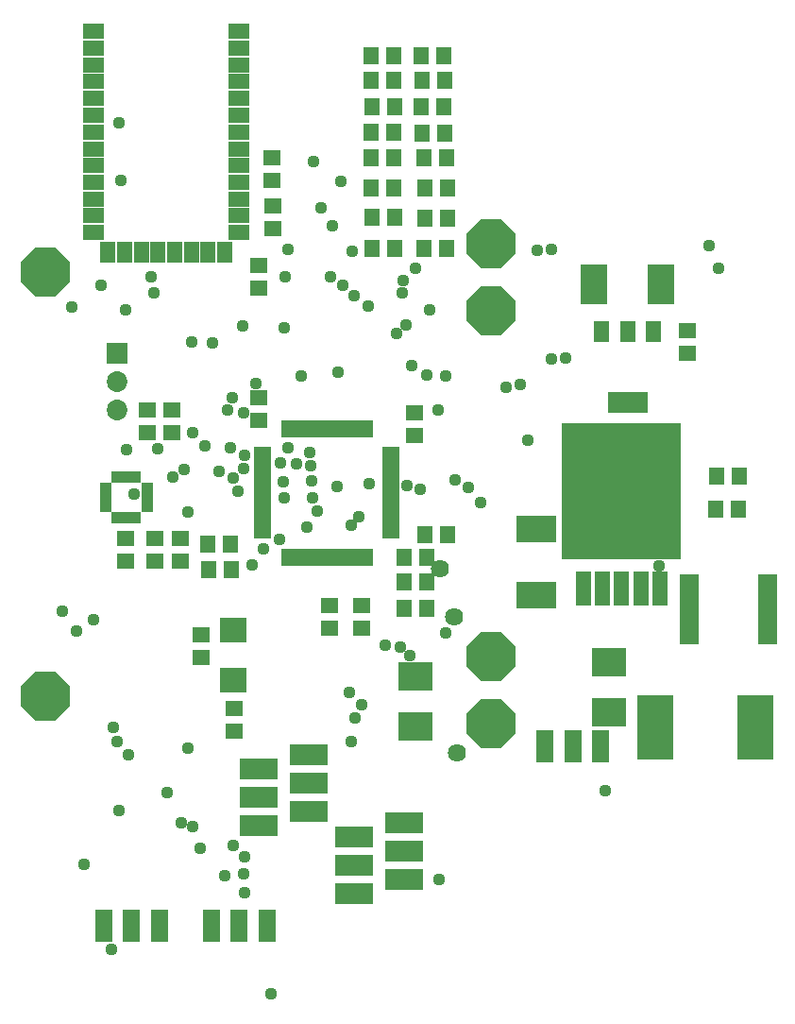
<source format=gts>
%FSLAX23Y23*%
%MOIN*%
G70*
G01*
G75*
G04 Layer_Color=8388736*
%ADD10R,0.050X0.040*%
%ADD11R,0.410X0.470*%
%ADD12R,0.040X0.110*%
%ADD13R,0.114X0.213*%
%ADD14R,0.126X0.079*%
%ADD15R,0.108X0.085*%
%ADD16R,0.040X0.050*%
%ADD17R,0.047X0.098*%
%ADD18R,0.051X0.236*%
%ADD19R,0.079X0.071*%
%ADD20R,0.118X0.059*%
%ADD21R,0.130X0.059*%
%ADD22R,0.039X0.059*%
%ADD23R,0.079X0.126*%
%ADD24R,0.012X0.047*%
%ADD25R,0.047X0.012*%
%ADD26R,0.059X0.039*%
%ADD27R,0.028X0.014*%
%ADD28R,0.014X0.028*%
%ADD29C,0.008*%
%ADD30C,0.010*%
%ADD31C,0.020*%
%ADD32C,0.015*%
%ADD33C,0.055*%
%ADD34C,0.030*%
%ADD35C,0.040*%
%ADD36C,0.025*%
%ADD37C,0.059*%
%ADD38R,0.059X0.059*%
%ADD39P,0.170X8X22.5*%
%ADD40C,0.030*%
%ADD41C,0.050*%
%ADD42R,0.045X0.012*%
%ADD43R,0.071X0.047*%
%ADD44R,0.061X0.024*%
G04:AMPARAMS|DCode=45|XSize=71mil|YSize=47mil|CornerRadius=0mil|HoleSize=0mil|Usage=FLASHONLY|Rotation=135.000|XOffset=0mil|YOffset=0mil|HoleType=Round|Shape=Rectangle|*
%AMROTATEDRECTD45*
4,1,4,0.042,-0.008,0.008,-0.042,-0.042,0.008,-0.008,0.042,0.042,-0.008,0.0*
%
%ADD45ROTATEDRECTD45*%

G04:AMPARAMS|DCode=46|XSize=61mil|YSize=24mil|CornerRadius=0mil|HoleSize=0mil|Usage=FLASHONLY|Rotation=135.000|XOffset=0mil|YOffset=0mil|HoleType=Round|Shape=Rectangle|*
%AMROTATEDRECTD46*
4,1,4,0.030,-0.013,0.013,-0.030,-0.030,0.013,-0.013,0.030,0.030,-0.013,0.0*
%
%ADD46ROTATEDRECTD46*%

G04:AMPARAMS|DCode=47|XSize=71mil|YSize=47mil|CornerRadius=0mil|HoleSize=0mil|Usage=FLASHONLY|Rotation=225.000|XOffset=0mil|YOffset=0mil|HoleType=Round|Shape=Rectangle|*
%AMROTATEDRECTD47*
4,1,4,0.008,0.042,0.042,0.008,-0.008,-0.042,-0.042,-0.008,0.008,0.042,0.0*
%
%ADD47ROTATEDRECTD47*%

G04:AMPARAMS|DCode=48|XSize=61mil|YSize=24mil|CornerRadius=0mil|HoleSize=0mil|Usage=FLASHONLY|Rotation=225.000|XOffset=0mil|YOffset=0mil|HoleType=Round|Shape=Rectangle|*
%AMROTATEDRECTD48*
4,1,4,0.013,0.030,0.030,0.013,-0.013,-0.030,-0.030,-0.013,0.013,0.030,0.0*
%
%ADD48ROTATEDRECTD48*%

G04:AMPARAMS|DCode=49|XSize=39mil|YSize=197mil|CornerRadius=0mil|HoleSize=0mil|Usage=FLASHONLY|Rotation=78.000|XOffset=0mil|YOffset=0mil|HoleType=Round|Shape=Rectangle|*
%AMROTATEDRECTD49*
4,1,4,0.092,-0.040,-0.100,0.001,-0.092,0.040,0.100,-0.001,0.092,-0.040,0.0*
%
%ADD49ROTATEDRECTD49*%

G04:AMPARAMS|DCode=50|XSize=39mil|YSize=197mil|CornerRadius=0mil|HoleSize=0mil|Usage=FLASHONLY|Rotation=102.000|XOffset=0mil|YOffset=0mil|HoleType=Round|Shape=Rectangle|*
%AMROTATEDRECTD50*
4,1,4,0.100,0.001,-0.092,-0.040,-0.100,-0.001,0.092,0.040,0.100,0.001,0.0*
%
%ADD50ROTATEDRECTD50*%

%ADD51R,0.039X0.197*%
G04:AMPARAMS|DCode=52|XSize=39mil|YSize=197mil|CornerRadius=0mil|HoleSize=0mil|Usage=FLASHONLY|Rotation=315.000|XOffset=0mil|YOffset=0mil|HoleType=Round|Shape=Rectangle|*
%AMROTATEDRECTD52*
4,1,4,-0.084,-0.056,0.056,0.084,0.084,0.056,-0.056,-0.084,-0.084,-0.056,0.0*
%
%ADD52ROTATEDRECTD52*%

%ADD53R,0.197X0.039*%
%ADD54R,0.071X0.055*%
%ADD55R,0.055X0.071*%
%ADD56R,0.061X0.024*%
%ADD57R,0.071X0.047*%
G04:AMPARAMS|DCode=58|XSize=39mil|YSize=197mil|CornerRadius=0mil|HoleSize=0mil|Usage=FLASHONLY|Rotation=225.000|XOffset=0mil|YOffset=0mil|HoleType=Round|Shape=Rectangle|*
%AMROTATEDRECTD58*
4,1,4,-0.056,0.084,0.084,-0.056,0.056,-0.084,-0.084,0.056,-0.056,0.084,0.0*
%
%ADD58ROTATEDRECTD58*%

%ADD59R,0.150X0.091*%
%ADD60R,0.380X0.433*%
%ADD61R,0.064X0.054*%
%ADD62R,0.424X0.484*%
%ADD63R,0.054X0.124*%
%ADD64R,0.128X0.227*%
%ADD65R,0.140X0.093*%
%ADD66R,0.122X0.099*%
%ADD67R,0.054X0.064*%
%ADD68R,0.061X0.112*%
%ADD69R,0.065X0.250*%
%ADD70R,0.093X0.085*%
%ADD71R,0.132X0.073*%
%ADD72R,0.144X0.073*%
%ADD73R,0.053X0.073*%
%ADD74R,0.093X0.140*%
%ADD75R,0.026X0.061*%
%ADD76R,0.061X0.026*%
%ADD77R,0.073X0.053*%
%ADD78R,0.042X0.028*%
%ADD79R,0.028X0.042*%
%ADD80C,0.073*%
%ADD81R,0.073X0.073*%
%ADD82P,0.186X8X22.5*%
%ADD83C,0.044*%
%ADD84C,0.064*%
D61*
X4409Y5167D02*
D03*
Y5247D02*
D03*
X4496Y5167D02*
D03*
Y5247D02*
D03*
X6315Y5527D02*
D03*
Y5447D02*
D03*
X4801Y5210D02*
D03*
Y5290D02*
D03*
X5351Y5157D02*
D03*
Y5237D02*
D03*
X4849Y6055D02*
D03*
Y6135D02*
D03*
X4715Y4194D02*
D03*
Y4114D02*
D03*
X4599Y4373D02*
D03*
Y4453D02*
D03*
X5052Y4558D02*
D03*
Y4478D02*
D03*
X5164Y4557D02*
D03*
Y4477D02*
D03*
X4803Y5678D02*
D03*
Y5758D02*
D03*
X4851Y5886D02*
D03*
Y5966D02*
D03*
X4331Y4713D02*
D03*
Y4793D02*
D03*
X4434Y4794D02*
D03*
Y4714D02*
D03*
X4525Y4794D02*
D03*
Y4714D02*
D03*
D62*
X6083Y4959D02*
D03*
D63*
X5949Y4617D02*
D03*
X6016D02*
D03*
X6083D02*
D03*
X6150D02*
D03*
X6217D02*
D03*
D64*
X6200Y4125D02*
D03*
X6555D02*
D03*
D65*
X5782Y4828D02*
D03*
Y4592D02*
D03*
D66*
X6038Y4357D02*
D03*
Y4180D02*
D03*
X5356Y4130D02*
D03*
Y4307D02*
D03*
D67*
X6417Y5013D02*
D03*
X6497D02*
D03*
X5388Y4806D02*
D03*
X5468D02*
D03*
X4621Y4774D02*
D03*
X4701D02*
D03*
X4704Y4683D02*
D03*
X4624D02*
D03*
X5394Y4641D02*
D03*
X5314D02*
D03*
Y4545D02*
D03*
X5394D02*
D03*
X5316Y4728D02*
D03*
X5396D02*
D03*
X5201Y5925D02*
D03*
X5281D02*
D03*
X5387Y5923D02*
D03*
X5467D02*
D03*
X5385Y5816D02*
D03*
X5465D02*
D03*
X5387Y6031D02*
D03*
X5467D02*
D03*
X5198D02*
D03*
X5278D02*
D03*
X5198Y6137D02*
D03*
X5278D02*
D03*
X5198Y6225D02*
D03*
X5278D02*
D03*
X5200Y6315D02*
D03*
X5280D02*
D03*
X5197Y6409D02*
D03*
X5277D02*
D03*
X5197Y6495D02*
D03*
X5277D02*
D03*
X5386Y6136D02*
D03*
X5466D02*
D03*
X5378Y6224D02*
D03*
X5458D02*
D03*
X5375Y6315D02*
D03*
X5455D02*
D03*
X5378Y6409D02*
D03*
X5458D02*
D03*
X5375Y6495D02*
D03*
X5455D02*
D03*
X6494Y4898D02*
D03*
X6414D02*
D03*
X5201Y5818D02*
D03*
X5281D02*
D03*
D68*
X6008Y4059D02*
D03*
X5910D02*
D03*
X5812D02*
D03*
X4830Y3428D02*
D03*
X4732D02*
D03*
X4634D02*
D03*
X4450D02*
D03*
X4352D02*
D03*
X4254D02*
D03*
D69*
X6597Y4544D02*
D03*
X6321D02*
D03*
D70*
X4713Y4470D02*
D03*
Y4293D02*
D03*
D71*
X5137Y3539D02*
D03*
Y3639D02*
D03*
X5314Y3689D02*
D03*
Y3589D02*
D03*
Y3789D02*
D03*
X5137Y3739D02*
D03*
X4800Y3780D02*
D03*
Y3880D02*
D03*
X4977Y3930D02*
D03*
Y3830D02*
D03*
Y4030D02*
D03*
X4800Y3980D02*
D03*
D72*
X6104Y5274D02*
D03*
D73*
X6013Y5522D02*
D03*
X6104D02*
D03*
X6195D02*
D03*
X4682Y5804D02*
D03*
X4623D02*
D03*
X4564D02*
D03*
X4505D02*
D03*
X4446D02*
D03*
X4387D02*
D03*
X4328D02*
D03*
X4268D02*
D03*
D74*
X6221Y5689D02*
D03*
X5985D02*
D03*
D75*
X4895Y4728D02*
D03*
X4915D02*
D03*
X4935D02*
D03*
X4954D02*
D03*
X4974D02*
D03*
X4994D02*
D03*
X5013D02*
D03*
X5033D02*
D03*
X5053D02*
D03*
X5072D02*
D03*
X5092D02*
D03*
X5112D02*
D03*
X5131D02*
D03*
X5151D02*
D03*
X5171D02*
D03*
X5190D02*
D03*
Y5181D02*
D03*
X5171D02*
D03*
X5151D02*
D03*
X5131D02*
D03*
X5112D02*
D03*
X5092D02*
D03*
X5072D02*
D03*
X5053D02*
D03*
X5033D02*
D03*
X5013D02*
D03*
X4994D02*
D03*
X4974D02*
D03*
X4954D02*
D03*
X4935D02*
D03*
X4915D02*
D03*
X4895D02*
D03*
D76*
X5269Y4807D02*
D03*
Y4827D02*
D03*
Y4846D02*
D03*
Y4866D02*
D03*
Y4886D02*
D03*
Y4905D02*
D03*
Y4925D02*
D03*
Y4945D02*
D03*
Y4964D02*
D03*
Y4984D02*
D03*
Y5004D02*
D03*
Y5024D02*
D03*
Y5043D02*
D03*
Y5063D02*
D03*
Y5083D02*
D03*
Y5102D02*
D03*
X4816D02*
D03*
Y5083D02*
D03*
Y5063D02*
D03*
Y5043D02*
D03*
Y5024D02*
D03*
Y5004D02*
D03*
Y4984D02*
D03*
Y4964D02*
D03*
Y4945D02*
D03*
Y4925D02*
D03*
Y4905D02*
D03*
Y4886D02*
D03*
Y4866D02*
D03*
Y4846D02*
D03*
Y4827D02*
D03*
Y4807D02*
D03*
D77*
X4731Y6582D02*
D03*
Y6523D02*
D03*
Y6464D02*
D03*
Y6405D02*
D03*
Y6346D02*
D03*
Y6286D02*
D03*
Y6227D02*
D03*
Y6168D02*
D03*
Y6109D02*
D03*
Y6050D02*
D03*
X4731Y5991D02*
D03*
Y5932D02*
D03*
Y5873D02*
D03*
X4219D02*
D03*
Y5932D02*
D03*
Y5991D02*
D03*
Y6050D02*
D03*
Y6109D02*
D03*
Y6168D02*
D03*
Y6227D02*
D03*
Y6286D02*
D03*
Y6346D02*
D03*
Y6405D02*
D03*
Y6464D02*
D03*
Y6523D02*
D03*
Y6582D02*
D03*
D78*
X4407Y4978D02*
D03*
Y4952D02*
D03*
Y4926D02*
D03*
Y4901D02*
D03*
X4261Y4978D02*
D03*
Y4952D02*
D03*
Y4926D02*
D03*
Y4901D02*
D03*
D79*
X4373Y4865D02*
D03*
X4347D02*
D03*
X4321D02*
D03*
X4296D02*
D03*
Y5011D02*
D03*
X4321D02*
D03*
X4347D02*
D03*
X4373D02*
D03*
D80*
X4303Y5247D02*
D03*
Y5347D02*
D03*
D81*
Y5447D02*
D03*
D82*
X5623Y4139D02*
D03*
Y4375D02*
D03*
Y5595D02*
D03*
Y5832D02*
D03*
X4048Y4237D02*
D03*
Y5733D02*
D03*
D83*
X4995Y6124D02*
D03*
X5020Y5959D02*
D03*
X4564Y5485D02*
D03*
X4639Y5483D02*
D03*
X4692Y5245D02*
D03*
X4709Y5291D02*
D03*
X4747Y5236D02*
D03*
X4905Y5113D02*
D03*
X4877Y5061D02*
D03*
X4594Y3700D02*
D03*
X4680Y3602D02*
D03*
X4527Y3791D02*
D03*
X4876Y4791D02*
D03*
X4568Y3776D02*
D03*
X4711Y5007D02*
D03*
X4663Y5030D02*
D03*
X4500Y5160D02*
D03*
X4610Y5121D02*
D03*
X4445Y5110D02*
D03*
X4360Y4951D02*
D03*
X4288Y4127D02*
D03*
X4300Y4078D02*
D03*
X4341Y4031D02*
D03*
X4753Y3544D02*
D03*
X4749Y3609D02*
D03*
X4753Y3670D02*
D03*
X4713Y3709D02*
D03*
X5317Y4539D02*
D03*
X5078Y4976D02*
D03*
X5190Y4987D02*
D03*
X5249Y4418D02*
D03*
X5336Y4379D02*
D03*
X5300Y4411D02*
D03*
X5142Y4159D02*
D03*
X4935Y5056D02*
D03*
X4333Y5601D02*
D03*
X4431Y5661D02*
D03*
X4479Y3896D02*
D03*
X4778Y4700D02*
D03*
X4890Y5536D02*
D03*
X5584Y4919D02*
D03*
X4109Y4538D02*
D03*
X4844Y3188D02*
D03*
X4753Y5086D02*
D03*
X4159Y4466D02*
D03*
X4701Y5113D02*
D03*
X4186Y3643D02*
D03*
X4904Y5812D02*
D03*
X5060Y5895D02*
D03*
X5092Y6054D02*
D03*
X5404Y5600D02*
D03*
X5675Y5327D02*
D03*
X5725Y5335D02*
D03*
X4282Y3343D02*
D03*
X6026Y3902D02*
D03*
X5439Y3589D02*
D03*
X5165Y4207D02*
D03*
X5121Y4249D02*
D03*
X5436Y5246D02*
D03*
X4790Y5339D02*
D03*
X6214Y4698D02*
D03*
X6393Y5828D02*
D03*
X4308Y6260D02*
D03*
X4315Y6056D02*
D03*
X4550Y4052D02*
D03*
X4309Y3834D02*
D03*
X4552Y4886D02*
D03*
X6424Y5747D02*
D03*
X5128Y4078D02*
D03*
X4569Y5168D02*
D03*
X4747Y5040D02*
D03*
X4499Y5009D02*
D03*
X4890Y4938D02*
D03*
X4539Y5038D02*
D03*
X4991Y4937D02*
D03*
X4887Y4993D02*
D03*
X4334Y5108D02*
D03*
X4984Y5050D02*
D03*
X4988Y4997D02*
D03*
X4981Y5098D02*
D03*
X4728Y4961D02*
D03*
X4818Y4755D02*
D03*
X4970Y4832D02*
D03*
X4217Y4506D02*
D03*
X4142Y5610D02*
D03*
X4744Y5544D02*
D03*
X4245Y5688D02*
D03*
X4422Y5715D02*
D03*
X5394Y5370D02*
D03*
X5320Y5546D02*
D03*
X5341Y5402D02*
D03*
X5462Y5365D02*
D03*
X5154Y4870D02*
D03*
X5129Y4839D02*
D03*
X5009Y4889D02*
D03*
X5355Y5746D02*
D03*
X5188Y5614D02*
D03*
X5311Y5702D02*
D03*
X5139Y5651D02*
D03*
X5308Y5659D02*
D03*
X5097Y5686D02*
D03*
X5133Y5807D02*
D03*
X5055Y5718D02*
D03*
X5541Y4973D02*
D03*
X5495Y4999D02*
D03*
X5372Y4968D02*
D03*
X5326Y4979D02*
D03*
X4896Y5715D02*
D03*
X5287Y5518D02*
D03*
X5082Y5380D02*
D03*
X4952Y5368D02*
D03*
X5460Y4459D02*
D03*
X5753Y5140D02*
D03*
X5785Y5809D02*
D03*
X5836Y5812D02*
D03*
X5884Y5431D02*
D03*
X5835Y5428D02*
D03*
D84*
X5492Y4515D02*
D03*
X5441Y4685D02*
D03*
X5503Y4036D02*
D03*
M02*

</source>
